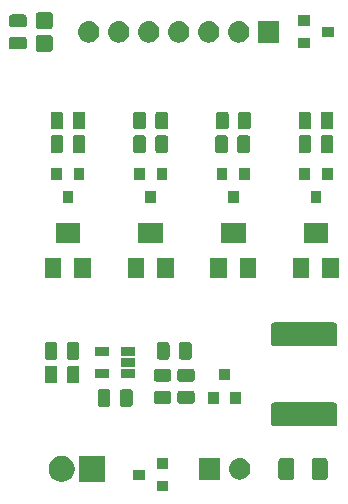
<source format=gbr>
G04 #@! TF.GenerationSoftware,KiCad,Pcbnew,5.1.2*
G04 #@! TF.CreationDate,2019-08-19T21:30:06+02:00*
G04 #@! TF.ProjectId,Battery-Tester,42617474-6572-4792-9d54-65737465722e,rev?*
G04 #@! TF.SameCoordinates,Original*
G04 #@! TF.FileFunction,Soldermask,Top*
G04 #@! TF.FilePolarity,Negative*
%FSLAX46Y46*%
G04 Gerber Fmt 4.6, Leading zero omitted, Abs format (unit mm)*
G04 Created by KiCad (PCBNEW 5.1.2) date 2019-08-19 21:30:06*
%MOMM*%
%LPD*%
G04 APERTURE LIST*
%ADD10C,0.100000*%
G04 APERTURE END LIST*
D10*
G36*
X97501000Y-128401000D02*
G01*
X96499000Y-128401000D01*
X96499000Y-127499000D01*
X97501000Y-127499000D01*
X97501000Y-128401000D01*
X97501000Y-128401000D01*
G37*
G36*
X92101000Y-127601000D02*
G01*
X89899000Y-127601000D01*
X89899000Y-125399000D01*
X92101000Y-125399000D01*
X92101000Y-127601000D01*
X92101000Y-127601000D01*
G37*
G36*
X88781150Y-125441311D02*
G01*
X88981521Y-125524307D01*
X89161847Y-125644797D01*
X89315203Y-125798153D01*
X89435693Y-125978479D01*
X89508201Y-126153530D01*
X89518689Y-126178850D01*
X89561000Y-126391561D01*
X89561000Y-126608439D01*
X89518689Y-126821150D01*
X89435693Y-127021521D01*
X89315203Y-127201847D01*
X89161847Y-127355203D01*
X88981521Y-127475693D01*
X88781150Y-127558689D01*
X88568439Y-127601000D01*
X88351561Y-127601000D01*
X88138850Y-127558689D01*
X87938479Y-127475693D01*
X87758153Y-127355203D01*
X87604797Y-127201847D01*
X87484307Y-127021521D01*
X87401311Y-126821150D01*
X87359000Y-126608439D01*
X87359000Y-126391561D01*
X87401311Y-126178850D01*
X87411799Y-126153530D01*
X87484307Y-125978479D01*
X87604797Y-125798153D01*
X87758153Y-125644797D01*
X87938479Y-125524307D01*
X88138850Y-125441311D01*
X88351561Y-125399000D01*
X88568439Y-125399000D01*
X88781150Y-125441311D01*
X88781150Y-125441311D01*
G37*
G36*
X95501000Y-127451000D02*
G01*
X94499000Y-127451000D01*
X94499000Y-126549000D01*
X95501000Y-126549000D01*
X95501000Y-127451000D01*
X95501000Y-127451000D01*
G37*
G36*
X107994504Y-125578687D02*
G01*
X108036717Y-125591493D01*
X108075625Y-125612289D01*
X108109725Y-125640275D01*
X108137711Y-125674375D01*
X108158507Y-125713283D01*
X108171313Y-125755496D01*
X108176000Y-125803086D01*
X108176000Y-127196914D01*
X108171313Y-127244504D01*
X108158507Y-127286717D01*
X108137711Y-127325625D01*
X108109725Y-127359725D01*
X108075625Y-127387711D01*
X108036717Y-127408507D01*
X107994504Y-127421313D01*
X107946914Y-127426000D01*
X107053086Y-127426000D01*
X107005496Y-127421313D01*
X106963283Y-127408507D01*
X106924375Y-127387711D01*
X106890275Y-127359725D01*
X106862289Y-127325625D01*
X106841493Y-127286717D01*
X106828687Y-127244504D01*
X106824000Y-127196914D01*
X106824000Y-125803086D01*
X106828687Y-125755496D01*
X106841493Y-125713283D01*
X106862289Y-125674375D01*
X106890275Y-125640275D01*
X106924375Y-125612289D01*
X106963283Y-125591493D01*
X107005496Y-125578687D01*
X107053086Y-125574000D01*
X107946914Y-125574000D01*
X107994504Y-125578687D01*
X107994504Y-125578687D01*
G37*
G36*
X110794504Y-125578687D02*
G01*
X110836717Y-125591493D01*
X110875625Y-125612289D01*
X110909725Y-125640275D01*
X110937711Y-125674375D01*
X110958507Y-125713283D01*
X110971313Y-125755496D01*
X110976000Y-125803086D01*
X110976000Y-127196914D01*
X110971313Y-127244504D01*
X110958507Y-127286717D01*
X110937711Y-127325625D01*
X110909725Y-127359725D01*
X110875625Y-127387711D01*
X110836717Y-127408507D01*
X110794504Y-127421313D01*
X110746914Y-127426000D01*
X109853086Y-127426000D01*
X109805496Y-127421313D01*
X109763283Y-127408507D01*
X109724375Y-127387711D01*
X109690275Y-127359725D01*
X109662289Y-127325625D01*
X109641493Y-127286717D01*
X109628687Y-127244504D01*
X109624000Y-127196914D01*
X109624000Y-125803086D01*
X109628687Y-125755496D01*
X109641493Y-125713283D01*
X109662289Y-125674375D01*
X109690275Y-125640275D01*
X109724375Y-125612289D01*
X109763283Y-125591493D01*
X109805496Y-125578687D01*
X109853086Y-125574000D01*
X110746914Y-125574000D01*
X110794504Y-125578687D01*
X110794504Y-125578687D01*
G37*
G36*
X103716627Y-125612037D02*
G01*
X103886466Y-125663557D01*
X103886469Y-125663559D01*
X103886470Y-125663559D01*
X104042988Y-125747220D01*
X104042989Y-125747221D01*
X104042991Y-125747222D01*
X104180185Y-125859815D01*
X104292778Y-125997009D01*
X104376443Y-126153534D01*
X104427963Y-126323373D01*
X104445359Y-126500000D01*
X104427963Y-126676627D01*
X104376443Y-126846466D01*
X104292778Y-127002991D01*
X104180185Y-127140185D01*
X104042991Y-127252778D01*
X104042989Y-127252779D01*
X104042988Y-127252780D01*
X103943746Y-127305826D01*
X103886466Y-127336443D01*
X103716627Y-127387963D01*
X103584258Y-127401000D01*
X103495742Y-127401000D01*
X103363373Y-127387963D01*
X103193534Y-127336443D01*
X103136254Y-127305826D01*
X103037012Y-127252780D01*
X103037011Y-127252779D01*
X103037009Y-127252778D01*
X102899815Y-127140185D01*
X102787222Y-127002991D01*
X102703557Y-126846466D01*
X102652037Y-126676627D01*
X102634641Y-126500000D01*
X102652037Y-126323373D01*
X102703557Y-126153534D01*
X102787222Y-125997009D01*
X102899815Y-125859815D01*
X103037009Y-125747222D01*
X103037011Y-125747221D01*
X103037012Y-125747220D01*
X103193530Y-125663559D01*
X103193531Y-125663559D01*
X103193534Y-125663557D01*
X103363373Y-125612037D01*
X103495742Y-125599000D01*
X103584258Y-125599000D01*
X103716627Y-125612037D01*
X103716627Y-125612037D01*
G37*
G36*
X101901000Y-127401000D02*
G01*
X100099000Y-127401000D01*
X100099000Y-125599000D01*
X101901000Y-125599000D01*
X101901000Y-127401000D01*
X101901000Y-127401000D01*
G37*
G36*
X97501000Y-126501000D02*
G01*
X96499000Y-126501000D01*
X96499000Y-125599000D01*
X97501000Y-125599000D01*
X97501000Y-126501000D01*
X97501000Y-126501000D01*
G37*
G36*
X111608728Y-120878348D02*
G01*
X111647628Y-120890148D01*
X111683478Y-120909310D01*
X111714901Y-120935099D01*
X111740690Y-120966522D01*
X111759852Y-121002372D01*
X111771652Y-121041272D01*
X111776000Y-121085414D01*
X111776000Y-122689586D01*
X111771652Y-122733728D01*
X111759852Y-122772628D01*
X111740690Y-122808478D01*
X111714901Y-122839901D01*
X111683478Y-122865690D01*
X111647628Y-122884852D01*
X111608728Y-122896652D01*
X111564586Y-122901000D01*
X106435414Y-122901000D01*
X106391272Y-122896652D01*
X106352372Y-122884852D01*
X106316522Y-122865690D01*
X106285099Y-122839901D01*
X106259310Y-122808478D01*
X106240148Y-122772628D01*
X106228348Y-122733728D01*
X106224000Y-122689586D01*
X106224000Y-121085414D01*
X106228348Y-121041272D01*
X106240148Y-121002372D01*
X106259310Y-120966522D01*
X106285099Y-120935099D01*
X106316522Y-120909310D01*
X106352372Y-120890148D01*
X106391272Y-120878348D01*
X106435414Y-120874000D01*
X111564586Y-120874000D01*
X111608728Y-120878348D01*
X111608728Y-120878348D01*
G37*
G36*
X94289395Y-119753809D02*
G01*
X94332795Y-119766975D01*
X94372802Y-119788359D01*
X94407865Y-119817135D01*
X94436641Y-119852198D01*
X94458025Y-119892205D01*
X94471191Y-119935605D01*
X94476000Y-119984436D01*
X94476000Y-121015564D01*
X94471191Y-121064395D01*
X94458025Y-121107795D01*
X94436641Y-121147802D01*
X94407865Y-121182865D01*
X94372802Y-121211641D01*
X94332795Y-121233025D01*
X94289395Y-121246191D01*
X94240564Y-121251000D01*
X93634436Y-121251000D01*
X93585605Y-121246191D01*
X93542205Y-121233025D01*
X93502198Y-121211641D01*
X93467135Y-121182865D01*
X93438359Y-121147802D01*
X93416975Y-121107795D01*
X93403809Y-121064395D01*
X93399000Y-121015564D01*
X93399000Y-119984436D01*
X93403809Y-119935605D01*
X93416975Y-119892205D01*
X93438359Y-119852198D01*
X93467135Y-119817135D01*
X93502198Y-119788359D01*
X93542205Y-119766975D01*
X93585605Y-119753809D01*
X93634436Y-119749000D01*
X94240564Y-119749000D01*
X94289395Y-119753809D01*
X94289395Y-119753809D01*
G37*
G36*
X92414395Y-119753809D02*
G01*
X92457795Y-119766975D01*
X92497802Y-119788359D01*
X92532865Y-119817135D01*
X92561641Y-119852198D01*
X92583025Y-119892205D01*
X92596191Y-119935605D01*
X92601000Y-119984436D01*
X92601000Y-121015564D01*
X92596191Y-121064395D01*
X92583025Y-121107795D01*
X92561641Y-121147802D01*
X92532865Y-121182865D01*
X92497802Y-121211641D01*
X92457795Y-121233025D01*
X92414395Y-121246191D01*
X92365564Y-121251000D01*
X91759436Y-121251000D01*
X91710605Y-121246191D01*
X91667205Y-121233025D01*
X91627198Y-121211641D01*
X91592135Y-121182865D01*
X91563359Y-121147802D01*
X91541975Y-121107795D01*
X91528809Y-121064395D01*
X91524000Y-121015564D01*
X91524000Y-119984436D01*
X91528809Y-119935605D01*
X91541975Y-119892205D01*
X91563359Y-119852198D01*
X91592135Y-119817135D01*
X91627198Y-119788359D01*
X91667205Y-119766975D01*
X91710605Y-119753809D01*
X91759436Y-119749000D01*
X92365564Y-119749000D01*
X92414395Y-119753809D01*
X92414395Y-119753809D01*
G37*
G36*
X101751000Y-121001000D02*
G01*
X100849000Y-121001000D01*
X100849000Y-119999000D01*
X101751000Y-119999000D01*
X101751000Y-121001000D01*
X101751000Y-121001000D01*
G37*
G36*
X103651000Y-121001000D02*
G01*
X102749000Y-121001000D01*
X102749000Y-119999000D01*
X103651000Y-119999000D01*
X103651000Y-121001000D01*
X103651000Y-121001000D01*
G37*
G36*
X99564395Y-119903809D02*
G01*
X99607795Y-119916975D01*
X99647802Y-119938359D01*
X99682865Y-119967135D01*
X99711641Y-120002198D01*
X99733025Y-120042205D01*
X99746191Y-120085605D01*
X99751000Y-120134436D01*
X99751000Y-120740564D01*
X99746191Y-120789395D01*
X99733025Y-120832795D01*
X99711641Y-120872802D01*
X99682865Y-120907865D01*
X99647802Y-120936641D01*
X99607795Y-120958025D01*
X99564395Y-120971191D01*
X99515564Y-120976000D01*
X98484436Y-120976000D01*
X98435605Y-120971191D01*
X98392205Y-120958025D01*
X98352198Y-120936641D01*
X98317135Y-120907865D01*
X98288359Y-120872802D01*
X98266975Y-120832795D01*
X98253809Y-120789395D01*
X98249000Y-120740564D01*
X98249000Y-120134436D01*
X98253809Y-120085605D01*
X98266975Y-120042205D01*
X98288359Y-120002198D01*
X98317135Y-119967135D01*
X98352198Y-119938359D01*
X98392205Y-119916975D01*
X98435605Y-119903809D01*
X98484436Y-119899000D01*
X99515564Y-119899000D01*
X99564395Y-119903809D01*
X99564395Y-119903809D01*
G37*
G36*
X97564395Y-119903809D02*
G01*
X97607795Y-119916975D01*
X97647802Y-119938359D01*
X97682865Y-119967135D01*
X97711641Y-120002198D01*
X97733025Y-120042205D01*
X97746191Y-120085605D01*
X97751000Y-120134436D01*
X97751000Y-120740564D01*
X97746191Y-120789395D01*
X97733025Y-120832795D01*
X97711641Y-120872802D01*
X97682865Y-120907865D01*
X97647802Y-120936641D01*
X97607795Y-120958025D01*
X97564395Y-120971191D01*
X97515564Y-120976000D01*
X96484436Y-120976000D01*
X96435605Y-120971191D01*
X96392205Y-120958025D01*
X96352198Y-120936641D01*
X96317135Y-120907865D01*
X96288359Y-120872802D01*
X96266975Y-120832795D01*
X96253809Y-120789395D01*
X96249000Y-120740564D01*
X96249000Y-120134436D01*
X96253809Y-120085605D01*
X96266975Y-120042205D01*
X96288359Y-120002198D01*
X96317135Y-119967135D01*
X96352198Y-119938359D01*
X96392205Y-119916975D01*
X96435605Y-119903809D01*
X96484436Y-119899000D01*
X97515564Y-119899000D01*
X97564395Y-119903809D01*
X97564395Y-119903809D01*
G37*
G36*
X87914395Y-117753809D02*
G01*
X87957795Y-117766975D01*
X87997802Y-117788359D01*
X88032865Y-117817135D01*
X88061641Y-117852198D01*
X88083025Y-117892205D01*
X88096191Y-117935605D01*
X88101000Y-117984436D01*
X88101000Y-119015564D01*
X88096191Y-119064395D01*
X88083025Y-119107795D01*
X88061641Y-119147802D01*
X88032865Y-119182865D01*
X87997802Y-119211641D01*
X87957795Y-119233025D01*
X87914395Y-119246191D01*
X87865564Y-119251000D01*
X87259436Y-119251000D01*
X87210605Y-119246191D01*
X87167205Y-119233025D01*
X87127198Y-119211641D01*
X87092135Y-119182865D01*
X87063359Y-119147802D01*
X87041975Y-119107795D01*
X87028809Y-119064395D01*
X87024000Y-119015564D01*
X87024000Y-117984436D01*
X87028809Y-117935605D01*
X87041975Y-117892205D01*
X87063359Y-117852198D01*
X87092135Y-117817135D01*
X87127198Y-117788359D01*
X87167205Y-117766975D01*
X87210605Y-117753809D01*
X87259436Y-117749000D01*
X87865564Y-117749000D01*
X87914395Y-117753809D01*
X87914395Y-117753809D01*
G37*
G36*
X89789395Y-117753809D02*
G01*
X89832795Y-117766975D01*
X89872802Y-117788359D01*
X89907865Y-117817135D01*
X89936641Y-117852198D01*
X89958025Y-117892205D01*
X89971191Y-117935605D01*
X89976000Y-117984436D01*
X89976000Y-119015564D01*
X89971191Y-119064395D01*
X89958025Y-119107795D01*
X89936641Y-119147802D01*
X89907865Y-119182865D01*
X89872802Y-119211641D01*
X89832795Y-119233025D01*
X89789395Y-119246191D01*
X89740564Y-119251000D01*
X89134436Y-119251000D01*
X89085605Y-119246191D01*
X89042205Y-119233025D01*
X89002198Y-119211641D01*
X88967135Y-119182865D01*
X88938359Y-119147802D01*
X88916975Y-119107795D01*
X88903809Y-119064395D01*
X88899000Y-119015564D01*
X88899000Y-117984436D01*
X88903809Y-117935605D01*
X88916975Y-117892205D01*
X88938359Y-117852198D01*
X88967135Y-117817135D01*
X89002198Y-117788359D01*
X89042205Y-117766975D01*
X89085605Y-117753809D01*
X89134436Y-117749000D01*
X89740564Y-117749000D01*
X89789395Y-117753809D01*
X89789395Y-117753809D01*
G37*
G36*
X97564395Y-118028809D02*
G01*
X97607795Y-118041975D01*
X97647802Y-118063359D01*
X97682865Y-118092135D01*
X97711641Y-118127198D01*
X97733025Y-118167205D01*
X97746191Y-118210605D01*
X97751000Y-118259436D01*
X97751000Y-118865564D01*
X97746191Y-118914395D01*
X97733025Y-118957795D01*
X97711641Y-118997802D01*
X97682865Y-119032865D01*
X97647802Y-119061641D01*
X97607795Y-119083025D01*
X97564395Y-119096191D01*
X97515564Y-119101000D01*
X96484436Y-119101000D01*
X96435605Y-119096191D01*
X96392205Y-119083025D01*
X96352198Y-119061641D01*
X96317135Y-119032865D01*
X96288359Y-118997802D01*
X96266975Y-118957795D01*
X96253809Y-118914395D01*
X96249000Y-118865564D01*
X96249000Y-118259436D01*
X96253809Y-118210605D01*
X96266975Y-118167205D01*
X96288359Y-118127198D01*
X96317135Y-118092135D01*
X96352198Y-118063359D01*
X96392205Y-118041975D01*
X96435605Y-118028809D01*
X96484436Y-118024000D01*
X97515564Y-118024000D01*
X97564395Y-118028809D01*
X97564395Y-118028809D01*
G37*
G36*
X99564395Y-118028809D02*
G01*
X99607795Y-118041975D01*
X99647802Y-118063359D01*
X99682865Y-118092135D01*
X99711641Y-118127198D01*
X99733025Y-118167205D01*
X99746191Y-118210605D01*
X99751000Y-118259436D01*
X99751000Y-118865564D01*
X99746191Y-118914395D01*
X99733025Y-118957795D01*
X99711641Y-118997802D01*
X99682865Y-119032865D01*
X99647802Y-119061641D01*
X99607795Y-119083025D01*
X99564395Y-119096191D01*
X99515564Y-119101000D01*
X98484436Y-119101000D01*
X98435605Y-119096191D01*
X98392205Y-119083025D01*
X98352198Y-119061641D01*
X98317135Y-119032865D01*
X98288359Y-118997802D01*
X98266975Y-118957795D01*
X98253809Y-118914395D01*
X98249000Y-118865564D01*
X98249000Y-118259436D01*
X98253809Y-118210605D01*
X98266975Y-118167205D01*
X98288359Y-118127198D01*
X98317135Y-118092135D01*
X98352198Y-118063359D01*
X98392205Y-118041975D01*
X98435605Y-118028809D01*
X98484436Y-118024000D01*
X99515564Y-118024000D01*
X99564395Y-118028809D01*
X99564395Y-118028809D01*
G37*
G36*
X102701000Y-119001000D02*
G01*
X101799000Y-119001000D01*
X101799000Y-117999000D01*
X102701000Y-117999000D01*
X102701000Y-119001000D01*
X102701000Y-119001000D01*
G37*
G36*
X92481000Y-118826000D02*
G01*
X91319000Y-118826000D01*
X91319000Y-118074000D01*
X92481000Y-118074000D01*
X92481000Y-118826000D01*
X92481000Y-118826000D01*
G37*
G36*
X94681000Y-118826000D02*
G01*
X93519000Y-118826000D01*
X93519000Y-118074000D01*
X94681000Y-118074000D01*
X94681000Y-118826000D01*
X94681000Y-118826000D01*
G37*
G36*
X94681000Y-117876000D02*
G01*
X93519000Y-117876000D01*
X93519000Y-117124000D01*
X94681000Y-117124000D01*
X94681000Y-117876000D01*
X94681000Y-117876000D01*
G37*
G36*
X89789395Y-115753809D02*
G01*
X89832795Y-115766975D01*
X89872802Y-115788359D01*
X89907865Y-115817135D01*
X89936641Y-115852198D01*
X89958025Y-115892205D01*
X89971191Y-115935605D01*
X89976000Y-115984436D01*
X89976000Y-117015564D01*
X89971191Y-117064395D01*
X89958025Y-117107795D01*
X89936641Y-117147802D01*
X89907865Y-117182865D01*
X89872802Y-117211641D01*
X89832795Y-117233025D01*
X89789395Y-117246191D01*
X89740564Y-117251000D01*
X89134436Y-117251000D01*
X89085605Y-117246191D01*
X89042205Y-117233025D01*
X89002198Y-117211641D01*
X88967135Y-117182865D01*
X88938359Y-117147802D01*
X88916975Y-117107795D01*
X88903809Y-117064395D01*
X88899000Y-117015564D01*
X88899000Y-115984436D01*
X88903809Y-115935605D01*
X88916975Y-115892205D01*
X88938359Y-115852198D01*
X88967135Y-115817135D01*
X89002198Y-115788359D01*
X89042205Y-115766975D01*
X89085605Y-115753809D01*
X89134436Y-115749000D01*
X89740564Y-115749000D01*
X89789395Y-115753809D01*
X89789395Y-115753809D01*
G37*
G36*
X87914395Y-115753809D02*
G01*
X87957795Y-115766975D01*
X87997802Y-115788359D01*
X88032865Y-115817135D01*
X88061641Y-115852198D01*
X88083025Y-115892205D01*
X88096191Y-115935605D01*
X88101000Y-115984436D01*
X88101000Y-117015564D01*
X88096191Y-117064395D01*
X88083025Y-117107795D01*
X88061641Y-117147802D01*
X88032865Y-117182865D01*
X87997802Y-117211641D01*
X87957795Y-117233025D01*
X87914395Y-117246191D01*
X87865564Y-117251000D01*
X87259436Y-117251000D01*
X87210605Y-117246191D01*
X87167205Y-117233025D01*
X87127198Y-117211641D01*
X87092135Y-117182865D01*
X87063359Y-117147802D01*
X87041975Y-117107795D01*
X87028809Y-117064395D01*
X87024000Y-117015564D01*
X87024000Y-115984436D01*
X87028809Y-115935605D01*
X87041975Y-115892205D01*
X87063359Y-115852198D01*
X87092135Y-115817135D01*
X87127198Y-115788359D01*
X87167205Y-115766975D01*
X87210605Y-115753809D01*
X87259436Y-115749000D01*
X87865564Y-115749000D01*
X87914395Y-115753809D01*
X87914395Y-115753809D01*
G37*
G36*
X97414395Y-115753809D02*
G01*
X97457795Y-115766975D01*
X97497802Y-115788359D01*
X97532865Y-115817135D01*
X97561641Y-115852198D01*
X97583025Y-115892205D01*
X97596191Y-115935605D01*
X97601000Y-115984436D01*
X97601000Y-117015564D01*
X97596191Y-117064395D01*
X97583025Y-117107795D01*
X97561641Y-117147802D01*
X97532865Y-117182865D01*
X97497802Y-117211641D01*
X97457795Y-117233025D01*
X97414395Y-117246191D01*
X97365564Y-117251000D01*
X96759436Y-117251000D01*
X96710605Y-117246191D01*
X96667205Y-117233025D01*
X96627198Y-117211641D01*
X96592135Y-117182865D01*
X96563359Y-117147802D01*
X96541975Y-117107795D01*
X96528809Y-117064395D01*
X96524000Y-117015564D01*
X96524000Y-115984436D01*
X96528809Y-115935605D01*
X96541975Y-115892205D01*
X96563359Y-115852198D01*
X96592135Y-115817135D01*
X96627198Y-115788359D01*
X96667205Y-115766975D01*
X96710605Y-115753809D01*
X96759436Y-115749000D01*
X97365564Y-115749000D01*
X97414395Y-115753809D01*
X97414395Y-115753809D01*
G37*
G36*
X99289395Y-115753809D02*
G01*
X99332795Y-115766975D01*
X99372802Y-115788359D01*
X99407865Y-115817135D01*
X99436641Y-115852198D01*
X99458025Y-115892205D01*
X99471191Y-115935605D01*
X99476000Y-115984436D01*
X99476000Y-117015564D01*
X99471191Y-117064395D01*
X99458025Y-117107795D01*
X99436641Y-117147802D01*
X99407865Y-117182865D01*
X99372802Y-117211641D01*
X99332795Y-117233025D01*
X99289395Y-117246191D01*
X99240564Y-117251000D01*
X98634436Y-117251000D01*
X98585605Y-117246191D01*
X98542205Y-117233025D01*
X98502198Y-117211641D01*
X98467135Y-117182865D01*
X98438359Y-117147802D01*
X98416975Y-117107795D01*
X98403809Y-117064395D01*
X98399000Y-117015564D01*
X98399000Y-115984436D01*
X98403809Y-115935605D01*
X98416975Y-115892205D01*
X98438359Y-115852198D01*
X98467135Y-115817135D01*
X98502198Y-115788359D01*
X98542205Y-115766975D01*
X98585605Y-115753809D01*
X98634436Y-115749000D01*
X99240564Y-115749000D01*
X99289395Y-115753809D01*
X99289395Y-115753809D01*
G37*
G36*
X92481000Y-116926000D02*
G01*
X91319000Y-116926000D01*
X91319000Y-116174000D01*
X92481000Y-116174000D01*
X92481000Y-116926000D01*
X92481000Y-116926000D01*
G37*
G36*
X94681000Y-116926000D02*
G01*
X93519000Y-116926000D01*
X93519000Y-116174000D01*
X94681000Y-116174000D01*
X94681000Y-116926000D01*
X94681000Y-116926000D01*
G37*
G36*
X111608728Y-114103348D02*
G01*
X111647628Y-114115148D01*
X111683478Y-114134310D01*
X111714901Y-114160099D01*
X111740690Y-114191522D01*
X111759852Y-114227372D01*
X111771652Y-114266272D01*
X111776000Y-114310414D01*
X111776000Y-115914586D01*
X111771652Y-115958728D01*
X111759852Y-115997628D01*
X111740690Y-116033478D01*
X111714901Y-116064901D01*
X111683478Y-116090690D01*
X111647628Y-116109852D01*
X111608728Y-116121652D01*
X111564586Y-116126000D01*
X106435414Y-116126000D01*
X106391272Y-116121652D01*
X106352372Y-116109852D01*
X106316522Y-116090690D01*
X106285099Y-116064901D01*
X106259310Y-116033478D01*
X106240148Y-115997628D01*
X106228348Y-115958728D01*
X106224000Y-115914586D01*
X106224000Y-114310414D01*
X106228348Y-114266272D01*
X106240148Y-114227372D01*
X106259310Y-114191522D01*
X106285099Y-114160099D01*
X106316522Y-114134310D01*
X106352372Y-114115148D01*
X106391272Y-114103348D01*
X106435414Y-114099000D01*
X111564586Y-114099000D01*
X111608728Y-114103348D01*
X111608728Y-114103348D01*
G37*
G36*
X90951000Y-110301000D02*
G01*
X89549000Y-110301000D01*
X89549000Y-108599000D01*
X90951000Y-108599000D01*
X90951000Y-110301000D01*
X90951000Y-110301000D01*
G37*
G36*
X111951000Y-110301000D02*
G01*
X110549000Y-110301000D01*
X110549000Y-108599000D01*
X111951000Y-108599000D01*
X111951000Y-110301000D01*
X111951000Y-110301000D01*
G37*
G36*
X109451000Y-110301000D02*
G01*
X108049000Y-110301000D01*
X108049000Y-108599000D01*
X109451000Y-108599000D01*
X109451000Y-110301000D01*
X109451000Y-110301000D01*
G37*
G36*
X88451000Y-110301000D02*
G01*
X87049000Y-110301000D01*
X87049000Y-108599000D01*
X88451000Y-108599000D01*
X88451000Y-110301000D01*
X88451000Y-110301000D01*
G37*
G36*
X104951000Y-110301000D02*
G01*
X103549000Y-110301000D01*
X103549000Y-108599000D01*
X104951000Y-108599000D01*
X104951000Y-110301000D01*
X104951000Y-110301000D01*
G37*
G36*
X102451000Y-110301000D02*
G01*
X101049000Y-110301000D01*
X101049000Y-108599000D01*
X102451000Y-108599000D01*
X102451000Y-110301000D01*
X102451000Y-110301000D01*
G37*
G36*
X97951000Y-110301000D02*
G01*
X96549000Y-110301000D01*
X96549000Y-108599000D01*
X97951000Y-108599000D01*
X97951000Y-110301000D01*
X97951000Y-110301000D01*
G37*
G36*
X95451000Y-110301000D02*
G01*
X94049000Y-110301000D01*
X94049000Y-108599000D01*
X95451000Y-108599000D01*
X95451000Y-110301000D01*
X95451000Y-110301000D01*
G37*
G36*
X104051000Y-107401000D02*
G01*
X101949000Y-107401000D01*
X101949000Y-105699000D01*
X104051000Y-105699000D01*
X104051000Y-107401000D01*
X104051000Y-107401000D01*
G37*
G36*
X90051000Y-107401000D02*
G01*
X87949000Y-107401000D01*
X87949000Y-105699000D01*
X90051000Y-105699000D01*
X90051000Y-107401000D01*
X90051000Y-107401000D01*
G37*
G36*
X111051000Y-107401000D02*
G01*
X108949000Y-107401000D01*
X108949000Y-105699000D01*
X111051000Y-105699000D01*
X111051000Y-107401000D01*
X111051000Y-107401000D01*
G37*
G36*
X97051000Y-107401000D02*
G01*
X94949000Y-107401000D01*
X94949000Y-105699000D01*
X97051000Y-105699000D01*
X97051000Y-107401000D01*
X97051000Y-107401000D01*
G37*
G36*
X103451000Y-104001000D02*
G01*
X102549000Y-104001000D01*
X102549000Y-102999000D01*
X103451000Y-102999000D01*
X103451000Y-104001000D01*
X103451000Y-104001000D01*
G37*
G36*
X96451000Y-104001000D02*
G01*
X95549000Y-104001000D01*
X95549000Y-102999000D01*
X96451000Y-102999000D01*
X96451000Y-104001000D01*
X96451000Y-104001000D01*
G37*
G36*
X89451000Y-104001000D02*
G01*
X88549000Y-104001000D01*
X88549000Y-102999000D01*
X89451000Y-102999000D01*
X89451000Y-104001000D01*
X89451000Y-104001000D01*
G37*
G36*
X110451000Y-104001000D02*
G01*
X109549000Y-104001000D01*
X109549000Y-102999000D01*
X110451000Y-102999000D01*
X110451000Y-104001000D01*
X110451000Y-104001000D01*
G37*
G36*
X95501000Y-102001000D02*
G01*
X94599000Y-102001000D01*
X94599000Y-100999000D01*
X95501000Y-100999000D01*
X95501000Y-102001000D01*
X95501000Y-102001000D01*
G37*
G36*
X90401000Y-102001000D02*
G01*
X89499000Y-102001000D01*
X89499000Y-100999000D01*
X90401000Y-100999000D01*
X90401000Y-102001000D01*
X90401000Y-102001000D01*
G37*
G36*
X97401000Y-102001000D02*
G01*
X96499000Y-102001000D01*
X96499000Y-100999000D01*
X97401000Y-100999000D01*
X97401000Y-102001000D01*
X97401000Y-102001000D01*
G37*
G36*
X104401000Y-102001000D02*
G01*
X103499000Y-102001000D01*
X103499000Y-100999000D01*
X104401000Y-100999000D01*
X104401000Y-102001000D01*
X104401000Y-102001000D01*
G37*
G36*
X111401000Y-102001000D02*
G01*
X110499000Y-102001000D01*
X110499000Y-100999000D01*
X111401000Y-100999000D01*
X111401000Y-102001000D01*
X111401000Y-102001000D01*
G37*
G36*
X109501000Y-102001000D02*
G01*
X108599000Y-102001000D01*
X108599000Y-100999000D01*
X109501000Y-100999000D01*
X109501000Y-102001000D01*
X109501000Y-102001000D01*
G37*
G36*
X88501000Y-102001000D02*
G01*
X87599000Y-102001000D01*
X87599000Y-100999000D01*
X88501000Y-100999000D01*
X88501000Y-102001000D01*
X88501000Y-102001000D01*
G37*
G36*
X102501000Y-102001000D02*
G01*
X101599000Y-102001000D01*
X101599000Y-100999000D01*
X102501000Y-100999000D01*
X102501000Y-102001000D01*
X102501000Y-102001000D01*
G37*
G36*
X90289395Y-98253809D02*
G01*
X90332795Y-98266975D01*
X90372802Y-98288359D01*
X90407865Y-98317135D01*
X90436641Y-98352198D01*
X90458025Y-98392205D01*
X90471191Y-98435605D01*
X90476000Y-98484436D01*
X90476000Y-99515564D01*
X90471191Y-99564395D01*
X90458025Y-99607795D01*
X90436641Y-99647802D01*
X90407865Y-99682865D01*
X90372802Y-99711641D01*
X90332795Y-99733025D01*
X90289395Y-99746191D01*
X90240564Y-99751000D01*
X89634436Y-99751000D01*
X89585605Y-99746191D01*
X89542205Y-99733025D01*
X89502198Y-99711641D01*
X89467135Y-99682865D01*
X89438359Y-99647802D01*
X89416975Y-99607795D01*
X89403809Y-99564395D01*
X89399000Y-99515564D01*
X89399000Y-98484436D01*
X89403809Y-98435605D01*
X89416975Y-98392205D01*
X89438359Y-98352198D01*
X89467135Y-98317135D01*
X89502198Y-98288359D01*
X89542205Y-98266975D01*
X89585605Y-98253809D01*
X89634436Y-98249000D01*
X90240564Y-98249000D01*
X90289395Y-98253809D01*
X90289395Y-98253809D01*
G37*
G36*
X88414395Y-98253809D02*
G01*
X88457795Y-98266975D01*
X88497802Y-98288359D01*
X88532865Y-98317135D01*
X88561641Y-98352198D01*
X88583025Y-98392205D01*
X88596191Y-98435605D01*
X88601000Y-98484436D01*
X88601000Y-99515564D01*
X88596191Y-99564395D01*
X88583025Y-99607795D01*
X88561641Y-99647802D01*
X88532865Y-99682865D01*
X88497802Y-99711641D01*
X88457795Y-99733025D01*
X88414395Y-99746191D01*
X88365564Y-99751000D01*
X87759436Y-99751000D01*
X87710605Y-99746191D01*
X87667205Y-99733025D01*
X87627198Y-99711641D01*
X87592135Y-99682865D01*
X87563359Y-99647802D01*
X87541975Y-99607795D01*
X87528809Y-99564395D01*
X87524000Y-99515564D01*
X87524000Y-98484436D01*
X87528809Y-98435605D01*
X87541975Y-98392205D01*
X87563359Y-98352198D01*
X87592135Y-98317135D01*
X87627198Y-98288359D01*
X87667205Y-98266975D01*
X87710605Y-98253809D01*
X87759436Y-98249000D01*
X88365564Y-98249000D01*
X88414395Y-98253809D01*
X88414395Y-98253809D01*
G37*
G36*
X95414395Y-98253809D02*
G01*
X95457795Y-98266975D01*
X95497802Y-98288359D01*
X95532865Y-98317135D01*
X95561641Y-98352198D01*
X95583025Y-98392205D01*
X95596191Y-98435605D01*
X95601000Y-98484436D01*
X95601000Y-99515564D01*
X95596191Y-99564395D01*
X95583025Y-99607795D01*
X95561641Y-99647802D01*
X95532865Y-99682865D01*
X95497802Y-99711641D01*
X95457795Y-99733025D01*
X95414395Y-99746191D01*
X95365564Y-99751000D01*
X94759436Y-99751000D01*
X94710605Y-99746191D01*
X94667205Y-99733025D01*
X94627198Y-99711641D01*
X94592135Y-99682865D01*
X94563359Y-99647802D01*
X94541975Y-99607795D01*
X94528809Y-99564395D01*
X94524000Y-99515564D01*
X94524000Y-98484436D01*
X94528809Y-98435605D01*
X94541975Y-98392205D01*
X94563359Y-98352198D01*
X94592135Y-98317135D01*
X94627198Y-98288359D01*
X94667205Y-98266975D01*
X94710605Y-98253809D01*
X94759436Y-98249000D01*
X95365564Y-98249000D01*
X95414395Y-98253809D01*
X95414395Y-98253809D01*
G37*
G36*
X97289395Y-98253809D02*
G01*
X97332795Y-98266975D01*
X97372802Y-98288359D01*
X97407865Y-98317135D01*
X97436641Y-98352198D01*
X97458025Y-98392205D01*
X97471191Y-98435605D01*
X97476000Y-98484436D01*
X97476000Y-99515564D01*
X97471191Y-99564395D01*
X97458025Y-99607795D01*
X97436641Y-99647802D01*
X97407865Y-99682865D01*
X97372802Y-99711641D01*
X97332795Y-99733025D01*
X97289395Y-99746191D01*
X97240564Y-99751000D01*
X96634436Y-99751000D01*
X96585605Y-99746191D01*
X96542205Y-99733025D01*
X96502198Y-99711641D01*
X96467135Y-99682865D01*
X96438359Y-99647802D01*
X96416975Y-99607795D01*
X96403809Y-99564395D01*
X96399000Y-99515564D01*
X96399000Y-98484436D01*
X96403809Y-98435605D01*
X96416975Y-98392205D01*
X96438359Y-98352198D01*
X96467135Y-98317135D01*
X96502198Y-98288359D01*
X96542205Y-98266975D01*
X96585605Y-98253809D01*
X96634436Y-98249000D01*
X97240564Y-98249000D01*
X97289395Y-98253809D01*
X97289395Y-98253809D01*
G37*
G36*
X102351895Y-98253809D02*
G01*
X102395295Y-98266975D01*
X102435302Y-98288359D01*
X102470365Y-98317135D01*
X102499141Y-98352198D01*
X102520525Y-98392205D01*
X102533691Y-98435605D01*
X102538500Y-98484436D01*
X102538500Y-99515564D01*
X102533691Y-99564395D01*
X102520525Y-99607795D01*
X102499141Y-99647802D01*
X102470365Y-99682865D01*
X102435302Y-99711641D01*
X102395295Y-99733025D01*
X102351895Y-99746191D01*
X102303064Y-99751000D01*
X101696936Y-99751000D01*
X101648105Y-99746191D01*
X101604705Y-99733025D01*
X101564698Y-99711641D01*
X101529635Y-99682865D01*
X101500859Y-99647802D01*
X101479475Y-99607795D01*
X101466309Y-99564395D01*
X101461500Y-99515564D01*
X101461500Y-98484436D01*
X101466309Y-98435605D01*
X101479475Y-98392205D01*
X101500859Y-98352198D01*
X101529635Y-98317135D01*
X101564698Y-98288359D01*
X101604705Y-98266975D01*
X101648105Y-98253809D01*
X101696936Y-98249000D01*
X102303064Y-98249000D01*
X102351895Y-98253809D01*
X102351895Y-98253809D01*
G37*
G36*
X104226895Y-98253809D02*
G01*
X104270295Y-98266975D01*
X104310302Y-98288359D01*
X104345365Y-98317135D01*
X104374141Y-98352198D01*
X104395525Y-98392205D01*
X104408691Y-98435605D01*
X104413500Y-98484436D01*
X104413500Y-99515564D01*
X104408691Y-99564395D01*
X104395525Y-99607795D01*
X104374141Y-99647802D01*
X104345365Y-99682865D01*
X104310302Y-99711641D01*
X104270295Y-99733025D01*
X104226895Y-99746191D01*
X104178064Y-99751000D01*
X103571936Y-99751000D01*
X103523105Y-99746191D01*
X103479705Y-99733025D01*
X103439698Y-99711641D01*
X103404635Y-99682865D01*
X103375859Y-99647802D01*
X103354475Y-99607795D01*
X103341309Y-99564395D01*
X103336500Y-99515564D01*
X103336500Y-98484436D01*
X103341309Y-98435605D01*
X103354475Y-98392205D01*
X103375859Y-98352198D01*
X103404635Y-98317135D01*
X103439698Y-98288359D01*
X103479705Y-98266975D01*
X103523105Y-98253809D01*
X103571936Y-98249000D01*
X104178064Y-98249000D01*
X104226895Y-98253809D01*
X104226895Y-98253809D01*
G37*
G36*
X109414395Y-98253809D02*
G01*
X109457795Y-98266975D01*
X109497802Y-98288359D01*
X109532865Y-98317135D01*
X109561641Y-98352198D01*
X109583025Y-98392205D01*
X109596191Y-98435605D01*
X109601000Y-98484436D01*
X109601000Y-99515564D01*
X109596191Y-99564395D01*
X109583025Y-99607795D01*
X109561641Y-99647802D01*
X109532865Y-99682865D01*
X109497802Y-99711641D01*
X109457795Y-99733025D01*
X109414395Y-99746191D01*
X109365564Y-99751000D01*
X108759436Y-99751000D01*
X108710605Y-99746191D01*
X108667205Y-99733025D01*
X108627198Y-99711641D01*
X108592135Y-99682865D01*
X108563359Y-99647802D01*
X108541975Y-99607795D01*
X108528809Y-99564395D01*
X108524000Y-99515564D01*
X108524000Y-98484436D01*
X108528809Y-98435605D01*
X108541975Y-98392205D01*
X108563359Y-98352198D01*
X108592135Y-98317135D01*
X108627198Y-98288359D01*
X108667205Y-98266975D01*
X108710605Y-98253809D01*
X108759436Y-98249000D01*
X109365564Y-98249000D01*
X109414395Y-98253809D01*
X109414395Y-98253809D01*
G37*
G36*
X111289395Y-98253809D02*
G01*
X111332795Y-98266975D01*
X111372802Y-98288359D01*
X111407865Y-98317135D01*
X111436641Y-98352198D01*
X111458025Y-98392205D01*
X111471191Y-98435605D01*
X111476000Y-98484436D01*
X111476000Y-99515564D01*
X111471191Y-99564395D01*
X111458025Y-99607795D01*
X111436641Y-99647802D01*
X111407865Y-99682865D01*
X111372802Y-99711641D01*
X111332795Y-99733025D01*
X111289395Y-99746191D01*
X111240564Y-99751000D01*
X110634436Y-99751000D01*
X110585605Y-99746191D01*
X110542205Y-99733025D01*
X110502198Y-99711641D01*
X110467135Y-99682865D01*
X110438359Y-99647802D01*
X110416975Y-99607795D01*
X110403809Y-99564395D01*
X110399000Y-99515564D01*
X110399000Y-98484436D01*
X110403809Y-98435605D01*
X110416975Y-98392205D01*
X110438359Y-98352198D01*
X110467135Y-98317135D01*
X110502198Y-98288359D01*
X110542205Y-98266975D01*
X110585605Y-98253809D01*
X110634436Y-98249000D01*
X111240564Y-98249000D01*
X111289395Y-98253809D01*
X111289395Y-98253809D01*
G37*
G36*
X104289395Y-96253809D02*
G01*
X104332795Y-96266975D01*
X104372802Y-96288359D01*
X104407865Y-96317135D01*
X104436641Y-96352198D01*
X104458025Y-96392205D01*
X104471191Y-96435605D01*
X104476000Y-96484436D01*
X104476000Y-97515564D01*
X104471191Y-97564395D01*
X104458025Y-97607795D01*
X104436641Y-97647802D01*
X104407865Y-97682865D01*
X104372802Y-97711641D01*
X104332795Y-97733025D01*
X104289395Y-97746191D01*
X104240564Y-97751000D01*
X103634436Y-97751000D01*
X103585605Y-97746191D01*
X103542205Y-97733025D01*
X103502198Y-97711641D01*
X103467135Y-97682865D01*
X103438359Y-97647802D01*
X103416975Y-97607795D01*
X103403809Y-97564395D01*
X103399000Y-97515564D01*
X103399000Y-96484436D01*
X103403809Y-96435605D01*
X103416975Y-96392205D01*
X103438359Y-96352198D01*
X103467135Y-96317135D01*
X103502198Y-96288359D01*
X103542205Y-96266975D01*
X103585605Y-96253809D01*
X103634436Y-96249000D01*
X104240564Y-96249000D01*
X104289395Y-96253809D01*
X104289395Y-96253809D01*
G37*
G36*
X102414395Y-96253809D02*
G01*
X102457795Y-96266975D01*
X102497802Y-96288359D01*
X102532865Y-96317135D01*
X102561641Y-96352198D01*
X102583025Y-96392205D01*
X102596191Y-96435605D01*
X102601000Y-96484436D01*
X102601000Y-97515564D01*
X102596191Y-97564395D01*
X102583025Y-97607795D01*
X102561641Y-97647802D01*
X102532865Y-97682865D01*
X102497802Y-97711641D01*
X102457795Y-97733025D01*
X102414395Y-97746191D01*
X102365564Y-97751000D01*
X101759436Y-97751000D01*
X101710605Y-97746191D01*
X101667205Y-97733025D01*
X101627198Y-97711641D01*
X101592135Y-97682865D01*
X101563359Y-97647802D01*
X101541975Y-97607795D01*
X101528809Y-97564395D01*
X101524000Y-97515564D01*
X101524000Y-96484436D01*
X101528809Y-96435605D01*
X101541975Y-96392205D01*
X101563359Y-96352198D01*
X101592135Y-96317135D01*
X101627198Y-96288359D01*
X101667205Y-96266975D01*
X101710605Y-96253809D01*
X101759436Y-96249000D01*
X102365564Y-96249000D01*
X102414395Y-96253809D01*
X102414395Y-96253809D01*
G37*
G36*
X97289395Y-96253809D02*
G01*
X97332795Y-96266975D01*
X97372802Y-96288359D01*
X97407865Y-96317135D01*
X97436641Y-96352198D01*
X97458025Y-96392205D01*
X97471191Y-96435605D01*
X97476000Y-96484436D01*
X97476000Y-97515564D01*
X97471191Y-97564395D01*
X97458025Y-97607795D01*
X97436641Y-97647802D01*
X97407865Y-97682865D01*
X97372802Y-97711641D01*
X97332795Y-97733025D01*
X97289395Y-97746191D01*
X97240564Y-97751000D01*
X96634436Y-97751000D01*
X96585605Y-97746191D01*
X96542205Y-97733025D01*
X96502198Y-97711641D01*
X96467135Y-97682865D01*
X96438359Y-97647802D01*
X96416975Y-97607795D01*
X96403809Y-97564395D01*
X96399000Y-97515564D01*
X96399000Y-96484436D01*
X96403809Y-96435605D01*
X96416975Y-96392205D01*
X96438359Y-96352198D01*
X96467135Y-96317135D01*
X96502198Y-96288359D01*
X96542205Y-96266975D01*
X96585605Y-96253809D01*
X96634436Y-96249000D01*
X97240564Y-96249000D01*
X97289395Y-96253809D01*
X97289395Y-96253809D01*
G37*
G36*
X109414395Y-96253809D02*
G01*
X109457795Y-96266975D01*
X109497802Y-96288359D01*
X109532865Y-96317135D01*
X109561641Y-96352198D01*
X109583025Y-96392205D01*
X109596191Y-96435605D01*
X109601000Y-96484436D01*
X109601000Y-97515564D01*
X109596191Y-97564395D01*
X109583025Y-97607795D01*
X109561641Y-97647802D01*
X109532865Y-97682865D01*
X109497802Y-97711641D01*
X109457795Y-97733025D01*
X109414395Y-97746191D01*
X109365564Y-97751000D01*
X108759436Y-97751000D01*
X108710605Y-97746191D01*
X108667205Y-97733025D01*
X108627198Y-97711641D01*
X108592135Y-97682865D01*
X108563359Y-97647802D01*
X108541975Y-97607795D01*
X108528809Y-97564395D01*
X108524000Y-97515564D01*
X108524000Y-96484436D01*
X108528809Y-96435605D01*
X108541975Y-96392205D01*
X108563359Y-96352198D01*
X108592135Y-96317135D01*
X108627198Y-96288359D01*
X108667205Y-96266975D01*
X108710605Y-96253809D01*
X108759436Y-96249000D01*
X109365564Y-96249000D01*
X109414395Y-96253809D01*
X109414395Y-96253809D01*
G37*
G36*
X88414395Y-96253809D02*
G01*
X88457795Y-96266975D01*
X88497802Y-96288359D01*
X88532865Y-96317135D01*
X88561641Y-96352198D01*
X88583025Y-96392205D01*
X88596191Y-96435605D01*
X88601000Y-96484436D01*
X88601000Y-97515564D01*
X88596191Y-97564395D01*
X88583025Y-97607795D01*
X88561641Y-97647802D01*
X88532865Y-97682865D01*
X88497802Y-97711641D01*
X88457795Y-97733025D01*
X88414395Y-97746191D01*
X88365564Y-97751000D01*
X87759436Y-97751000D01*
X87710605Y-97746191D01*
X87667205Y-97733025D01*
X87627198Y-97711641D01*
X87592135Y-97682865D01*
X87563359Y-97647802D01*
X87541975Y-97607795D01*
X87528809Y-97564395D01*
X87524000Y-97515564D01*
X87524000Y-96484436D01*
X87528809Y-96435605D01*
X87541975Y-96392205D01*
X87563359Y-96352198D01*
X87592135Y-96317135D01*
X87627198Y-96288359D01*
X87667205Y-96266975D01*
X87710605Y-96253809D01*
X87759436Y-96249000D01*
X88365564Y-96249000D01*
X88414395Y-96253809D01*
X88414395Y-96253809D01*
G37*
G36*
X95414395Y-96253809D02*
G01*
X95457795Y-96266975D01*
X95497802Y-96288359D01*
X95532865Y-96317135D01*
X95561641Y-96352198D01*
X95583025Y-96392205D01*
X95596191Y-96435605D01*
X95601000Y-96484436D01*
X95601000Y-97515564D01*
X95596191Y-97564395D01*
X95583025Y-97607795D01*
X95561641Y-97647802D01*
X95532865Y-97682865D01*
X95497802Y-97711641D01*
X95457795Y-97733025D01*
X95414395Y-97746191D01*
X95365564Y-97751000D01*
X94759436Y-97751000D01*
X94710605Y-97746191D01*
X94667205Y-97733025D01*
X94627198Y-97711641D01*
X94592135Y-97682865D01*
X94563359Y-97647802D01*
X94541975Y-97607795D01*
X94528809Y-97564395D01*
X94524000Y-97515564D01*
X94524000Y-96484436D01*
X94528809Y-96435605D01*
X94541975Y-96392205D01*
X94563359Y-96352198D01*
X94592135Y-96317135D01*
X94627198Y-96288359D01*
X94667205Y-96266975D01*
X94710605Y-96253809D01*
X94759436Y-96249000D01*
X95365564Y-96249000D01*
X95414395Y-96253809D01*
X95414395Y-96253809D01*
G37*
G36*
X90289395Y-96253809D02*
G01*
X90332795Y-96266975D01*
X90372802Y-96288359D01*
X90407865Y-96317135D01*
X90436641Y-96352198D01*
X90458025Y-96392205D01*
X90471191Y-96435605D01*
X90476000Y-96484436D01*
X90476000Y-97515564D01*
X90471191Y-97564395D01*
X90458025Y-97607795D01*
X90436641Y-97647802D01*
X90407865Y-97682865D01*
X90372802Y-97711641D01*
X90332795Y-97733025D01*
X90289395Y-97746191D01*
X90240564Y-97751000D01*
X89634436Y-97751000D01*
X89585605Y-97746191D01*
X89542205Y-97733025D01*
X89502198Y-97711641D01*
X89467135Y-97682865D01*
X89438359Y-97647802D01*
X89416975Y-97607795D01*
X89403809Y-97564395D01*
X89399000Y-97515564D01*
X89399000Y-96484436D01*
X89403809Y-96435605D01*
X89416975Y-96392205D01*
X89438359Y-96352198D01*
X89467135Y-96317135D01*
X89502198Y-96288359D01*
X89542205Y-96266975D01*
X89585605Y-96253809D01*
X89634436Y-96249000D01*
X90240564Y-96249000D01*
X90289395Y-96253809D01*
X90289395Y-96253809D01*
G37*
G36*
X111289395Y-96253809D02*
G01*
X111332795Y-96266975D01*
X111372802Y-96288359D01*
X111407865Y-96317135D01*
X111436641Y-96352198D01*
X111458025Y-96392205D01*
X111471191Y-96435605D01*
X111476000Y-96484436D01*
X111476000Y-97515564D01*
X111471191Y-97564395D01*
X111458025Y-97607795D01*
X111436641Y-97647802D01*
X111407865Y-97682865D01*
X111372802Y-97711641D01*
X111332795Y-97733025D01*
X111289395Y-97746191D01*
X111240564Y-97751000D01*
X110634436Y-97751000D01*
X110585605Y-97746191D01*
X110542205Y-97733025D01*
X110502198Y-97711641D01*
X110467135Y-97682865D01*
X110438359Y-97647802D01*
X110416975Y-97607795D01*
X110403809Y-97564395D01*
X110399000Y-97515564D01*
X110399000Y-96484436D01*
X110403809Y-96435605D01*
X110416975Y-96392205D01*
X110438359Y-96352198D01*
X110467135Y-96317135D01*
X110502198Y-96288359D01*
X110542205Y-96266975D01*
X110585605Y-96253809D01*
X110634436Y-96249000D01*
X111240564Y-96249000D01*
X111289395Y-96253809D01*
X111289395Y-96253809D01*
G37*
G36*
X87521061Y-89753650D02*
G01*
X87562915Y-89766346D01*
X87601488Y-89786964D01*
X87635293Y-89814707D01*
X87663036Y-89848512D01*
X87683654Y-89887085D01*
X87696350Y-89928939D01*
X87701000Y-89976148D01*
X87701000Y-90948852D01*
X87696350Y-90996061D01*
X87683654Y-91037915D01*
X87663036Y-91076488D01*
X87635293Y-91110293D01*
X87601488Y-91138036D01*
X87562915Y-91158654D01*
X87521061Y-91171350D01*
X87473852Y-91176000D01*
X86526148Y-91176000D01*
X86478939Y-91171350D01*
X86437085Y-91158654D01*
X86398512Y-91138036D01*
X86364707Y-91110293D01*
X86336964Y-91076488D01*
X86316346Y-91037915D01*
X86303650Y-90996061D01*
X86299000Y-90948852D01*
X86299000Y-89976148D01*
X86303650Y-89928939D01*
X86316346Y-89887085D01*
X86336964Y-89848512D01*
X86364707Y-89814707D01*
X86398512Y-89786964D01*
X86437085Y-89766346D01*
X86478939Y-89753650D01*
X86526148Y-89749000D01*
X87473852Y-89749000D01*
X87521061Y-89753650D01*
X87521061Y-89753650D01*
G37*
G36*
X85314395Y-89903809D02*
G01*
X85357795Y-89916975D01*
X85397802Y-89938359D01*
X85432865Y-89967135D01*
X85461641Y-90002198D01*
X85483025Y-90042205D01*
X85496191Y-90085605D01*
X85501000Y-90134436D01*
X85501000Y-90740564D01*
X85496191Y-90789395D01*
X85483025Y-90832795D01*
X85461641Y-90872802D01*
X85432865Y-90907865D01*
X85397802Y-90936641D01*
X85357795Y-90958025D01*
X85314395Y-90971191D01*
X85265564Y-90976000D01*
X84234436Y-90976000D01*
X84185605Y-90971191D01*
X84142205Y-90958025D01*
X84102198Y-90936641D01*
X84067135Y-90907865D01*
X84038359Y-90872802D01*
X84016975Y-90832795D01*
X84003809Y-90789395D01*
X83999000Y-90740564D01*
X83999000Y-90134436D01*
X84003809Y-90085605D01*
X84016975Y-90042205D01*
X84038359Y-90002198D01*
X84067135Y-89967135D01*
X84102198Y-89938359D01*
X84142205Y-89916975D01*
X84185605Y-89903809D01*
X84234436Y-89899000D01*
X85265564Y-89899000D01*
X85314395Y-89903809D01*
X85314395Y-89903809D01*
G37*
G36*
X109501000Y-90901000D02*
G01*
X108499000Y-90901000D01*
X108499000Y-89999000D01*
X109501000Y-89999000D01*
X109501000Y-90901000D01*
X109501000Y-90901000D01*
G37*
G36*
X96016627Y-88612037D02*
G01*
X96186466Y-88663557D01*
X96186469Y-88663559D01*
X96186470Y-88663559D01*
X96342988Y-88747220D01*
X96342989Y-88747221D01*
X96342991Y-88747222D01*
X96480185Y-88859815D01*
X96579956Y-88981385D01*
X96592780Y-88997012D01*
X96676441Y-89153530D01*
X96676443Y-89153534D01*
X96727963Y-89323373D01*
X96745359Y-89500000D01*
X96727963Y-89676627D01*
X96676443Y-89846466D01*
X96676441Y-89846469D01*
X96676441Y-89846470D01*
X96594912Y-89999000D01*
X96592778Y-90002991D01*
X96480185Y-90140185D01*
X96342991Y-90252778D01*
X96342989Y-90252779D01*
X96342988Y-90252780D01*
X96186470Y-90336441D01*
X96186466Y-90336443D01*
X96016627Y-90387963D01*
X95884258Y-90401000D01*
X95795742Y-90401000D01*
X95663373Y-90387963D01*
X95493534Y-90336443D01*
X95493530Y-90336441D01*
X95337012Y-90252780D01*
X95337011Y-90252779D01*
X95337009Y-90252778D01*
X95199815Y-90140185D01*
X95087222Y-90002991D01*
X95085089Y-89999000D01*
X95003559Y-89846470D01*
X95003559Y-89846469D01*
X95003557Y-89846466D01*
X94952037Y-89676627D01*
X94934641Y-89500000D01*
X94952037Y-89323373D01*
X95003557Y-89153534D01*
X95003559Y-89153530D01*
X95087220Y-88997012D01*
X95100045Y-88981385D01*
X95199815Y-88859815D01*
X95337009Y-88747222D01*
X95337011Y-88747221D01*
X95337012Y-88747220D01*
X95493530Y-88663559D01*
X95493531Y-88663559D01*
X95493534Y-88663557D01*
X95663373Y-88612037D01*
X95795742Y-88599000D01*
X95884258Y-88599000D01*
X96016627Y-88612037D01*
X96016627Y-88612037D01*
G37*
G36*
X106901000Y-90401000D02*
G01*
X105099000Y-90401000D01*
X105099000Y-88599000D01*
X106901000Y-88599000D01*
X106901000Y-90401000D01*
X106901000Y-90401000D01*
G37*
G36*
X103636627Y-88612037D02*
G01*
X103806466Y-88663557D01*
X103806469Y-88663559D01*
X103806470Y-88663559D01*
X103962988Y-88747220D01*
X103962989Y-88747221D01*
X103962991Y-88747222D01*
X104100185Y-88859815D01*
X104199956Y-88981385D01*
X104212780Y-88997012D01*
X104296441Y-89153530D01*
X104296443Y-89153534D01*
X104347963Y-89323373D01*
X104365359Y-89500000D01*
X104347963Y-89676627D01*
X104296443Y-89846466D01*
X104296441Y-89846469D01*
X104296441Y-89846470D01*
X104214912Y-89999000D01*
X104212778Y-90002991D01*
X104100185Y-90140185D01*
X103962991Y-90252778D01*
X103962989Y-90252779D01*
X103962988Y-90252780D01*
X103806470Y-90336441D01*
X103806466Y-90336443D01*
X103636627Y-90387963D01*
X103504258Y-90401000D01*
X103415742Y-90401000D01*
X103283373Y-90387963D01*
X103113534Y-90336443D01*
X103113530Y-90336441D01*
X102957012Y-90252780D01*
X102957011Y-90252779D01*
X102957009Y-90252778D01*
X102819815Y-90140185D01*
X102707222Y-90002991D01*
X102705089Y-89999000D01*
X102623559Y-89846470D01*
X102623559Y-89846469D01*
X102623557Y-89846466D01*
X102572037Y-89676627D01*
X102554641Y-89500000D01*
X102572037Y-89323373D01*
X102623557Y-89153534D01*
X102623559Y-89153530D01*
X102707220Y-88997012D01*
X102720045Y-88981385D01*
X102819815Y-88859815D01*
X102957009Y-88747222D01*
X102957011Y-88747221D01*
X102957012Y-88747220D01*
X103113530Y-88663559D01*
X103113531Y-88663559D01*
X103113534Y-88663557D01*
X103283373Y-88612037D01*
X103415742Y-88599000D01*
X103504258Y-88599000D01*
X103636627Y-88612037D01*
X103636627Y-88612037D01*
G37*
G36*
X101096627Y-88612037D02*
G01*
X101266466Y-88663557D01*
X101266469Y-88663559D01*
X101266470Y-88663559D01*
X101422988Y-88747220D01*
X101422989Y-88747221D01*
X101422991Y-88747222D01*
X101560185Y-88859815D01*
X101659956Y-88981385D01*
X101672780Y-88997012D01*
X101756441Y-89153530D01*
X101756443Y-89153534D01*
X101807963Y-89323373D01*
X101825359Y-89500000D01*
X101807963Y-89676627D01*
X101756443Y-89846466D01*
X101756441Y-89846469D01*
X101756441Y-89846470D01*
X101674912Y-89999000D01*
X101672778Y-90002991D01*
X101560185Y-90140185D01*
X101422991Y-90252778D01*
X101422989Y-90252779D01*
X101422988Y-90252780D01*
X101266470Y-90336441D01*
X101266466Y-90336443D01*
X101096627Y-90387963D01*
X100964258Y-90401000D01*
X100875742Y-90401000D01*
X100743373Y-90387963D01*
X100573534Y-90336443D01*
X100573530Y-90336441D01*
X100417012Y-90252780D01*
X100417011Y-90252779D01*
X100417009Y-90252778D01*
X100279815Y-90140185D01*
X100167222Y-90002991D01*
X100165089Y-89999000D01*
X100083559Y-89846470D01*
X100083559Y-89846469D01*
X100083557Y-89846466D01*
X100032037Y-89676627D01*
X100014641Y-89500000D01*
X100032037Y-89323373D01*
X100083557Y-89153534D01*
X100083559Y-89153530D01*
X100167220Y-88997012D01*
X100180045Y-88981385D01*
X100279815Y-88859815D01*
X100417009Y-88747222D01*
X100417011Y-88747221D01*
X100417012Y-88747220D01*
X100573530Y-88663559D01*
X100573531Y-88663559D01*
X100573534Y-88663557D01*
X100743373Y-88612037D01*
X100875742Y-88599000D01*
X100964258Y-88599000D01*
X101096627Y-88612037D01*
X101096627Y-88612037D01*
G37*
G36*
X98556627Y-88612037D02*
G01*
X98726466Y-88663557D01*
X98726469Y-88663559D01*
X98726470Y-88663559D01*
X98882988Y-88747220D01*
X98882989Y-88747221D01*
X98882991Y-88747222D01*
X99020185Y-88859815D01*
X99119956Y-88981385D01*
X99132780Y-88997012D01*
X99216441Y-89153530D01*
X99216443Y-89153534D01*
X99267963Y-89323373D01*
X99285359Y-89500000D01*
X99267963Y-89676627D01*
X99216443Y-89846466D01*
X99216441Y-89846469D01*
X99216441Y-89846470D01*
X99134912Y-89999000D01*
X99132778Y-90002991D01*
X99020185Y-90140185D01*
X98882991Y-90252778D01*
X98882989Y-90252779D01*
X98882988Y-90252780D01*
X98726470Y-90336441D01*
X98726466Y-90336443D01*
X98556627Y-90387963D01*
X98424258Y-90401000D01*
X98335742Y-90401000D01*
X98203373Y-90387963D01*
X98033534Y-90336443D01*
X98033530Y-90336441D01*
X97877012Y-90252780D01*
X97877011Y-90252779D01*
X97877009Y-90252778D01*
X97739815Y-90140185D01*
X97627222Y-90002991D01*
X97625089Y-89999000D01*
X97543559Y-89846470D01*
X97543559Y-89846469D01*
X97543557Y-89846466D01*
X97492037Y-89676627D01*
X97474641Y-89500000D01*
X97492037Y-89323373D01*
X97543557Y-89153534D01*
X97543559Y-89153530D01*
X97627220Y-88997012D01*
X97640045Y-88981385D01*
X97739815Y-88859815D01*
X97877009Y-88747222D01*
X97877011Y-88747221D01*
X97877012Y-88747220D01*
X98033530Y-88663559D01*
X98033531Y-88663559D01*
X98033534Y-88663557D01*
X98203373Y-88612037D01*
X98335742Y-88599000D01*
X98424258Y-88599000D01*
X98556627Y-88612037D01*
X98556627Y-88612037D01*
G37*
G36*
X90936627Y-88612037D02*
G01*
X91106466Y-88663557D01*
X91106469Y-88663559D01*
X91106470Y-88663559D01*
X91262988Y-88747220D01*
X91262989Y-88747221D01*
X91262991Y-88747222D01*
X91400185Y-88859815D01*
X91499956Y-88981385D01*
X91512780Y-88997012D01*
X91596441Y-89153530D01*
X91596443Y-89153534D01*
X91647963Y-89323373D01*
X91665359Y-89500000D01*
X91647963Y-89676627D01*
X91596443Y-89846466D01*
X91596441Y-89846469D01*
X91596441Y-89846470D01*
X91514912Y-89999000D01*
X91512778Y-90002991D01*
X91400185Y-90140185D01*
X91262991Y-90252778D01*
X91262989Y-90252779D01*
X91262988Y-90252780D01*
X91106470Y-90336441D01*
X91106466Y-90336443D01*
X90936627Y-90387963D01*
X90804258Y-90401000D01*
X90715742Y-90401000D01*
X90583373Y-90387963D01*
X90413534Y-90336443D01*
X90413530Y-90336441D01*
X90257012Y-90252780D01*
X90257011Y-90252779D01*
X90257009Y-90252778D01*
X90119815Y-90140185D01*
X90007222Y-90002991D01*
X90005089Y-89999000D01*
X89923559Y-89846470D01*
X89923559Y-89846469D01*
X89923557Y-89846466D01*
X89872037Y-89676627D01*
X89854641Y-89500000D01*
X89872037Y-89323373D01*
X89923557Y-89153534D01*
X89923559Y-89153530D01*
X90007220Y-88997012D01*
X90020045Y-88981385D01*
X90119815Y-88859815D01*
X90257009Y-88747222D01*
X90257011Y-88747221D01*
X90257012Y-88747220D01*
X90413530Y-88663559D01*
X90413531Y-88663559D01*
X90413534Y-88663557D01*
X90583373Y-88612037D01*
X90715742Y-88599000D01*
X90804258Y-88599000D01*
X90936627Y-88612037D01*
X90936627Y-88612037D01*
G37*
G36*
X93476627Y-88612037D02*
G01*
X93646466Y-88663557D01*
X93646469Y-88663559D01*
X93646470Y-88663559D01*
X93802988Y-88747220D01*
X93802989Y-88747221D01*
X93802991Y-88747222D01*
X93940185Y-88859815D01*
X94039956Y-88981385D01*
X94052780Y-88997012D01*
X94136441Y-89153530D01*
X94136443Y-89153534D01*
X94187963Y-89323373D01*
X94205359Y-89500000D01*
X94187963Y-89676627D01*
X94136443Y-89846466D01*
X94136441Y-89846469D01*
X94136441Y-89846470D01*
X94054912Y-89999000D01*
X94052778Y-90002991D01*
X93940185Y-90140185D01*
X93802991Y-90252778D01*
X93802989Y-90252779D01*
X93802988Y-90252780D01*
X93646470Y-90336441D01*
X93646466Y-90336443D01*
X93476627Y-90387963D01*
X93344258Y-90401000D01*
X93255742Y-90401000D01*
X93123373Y-90387963D01*
X92953534Y-90336443D01*
X92953530Y-90336441D01*
X92797012Y-90252780D01*
X92797011Y-90252779D01*
X92797009Y-90252778D01*
X92659815Y-90140185D01*
X92547222Y-90002991D01*
X92545089Y-89999000D01*
X92463559Y-89846470D01*
X92463559Y-89846469D01*
X92463557Y-89846466D01*
X92412037Y-89676627D01*
X92394641Y-89500000D01*
X92412037Y-89323373D01*
X92463557Y-89153534D01*
X92463559Y-89153530D01*
X92547220Y-88997012D01*
X92560045Y-88981385D01*
X92659815Y-88859815D01*
X92797009Y-88747222D01*
X92797011Y-88747221D01*
X92797012Y-88747220D01*
X92953530Y-88663559D01*
X92953531Y-88663559D01*
X92953534Y-88663557D01*
X93123373Y-88612037D01*
X93255742Y-88599000D01*
X93344258Y-88599000D01*
X93476627Y-88612037D01*
X93476627Y-88612037D01*
G37*
G36*
X111501000Y-89951000D02*
G01*
X110499000Y-89951000D01*
X110499000Y-89049000D01*
X111501000Y-89049000D01*
X111501000Y-89951000D01*
X111501000Y-89951000D01*
G37*
G36*
X87521061Y-87828650D02*
G01*
X87562915Y-87841346D01*
X87601488Y-87861964D01*
X87635293Y-87889707D01*
X87663036Y-87923512D01*
X87683654Y-87962085D01*
X87696350Y-88003939D01*
X87701000Y-88051148D01*
X87701000Y-89023852D01*
X87696350Y-89071061D01*
X87683654Y-89112915D01*
X87663036Y-89151488D01*
X87635293Y-89185293D01*
X87601488Y-89213036D01*
X87562915Y-89233654D01*
X87521061Y-89246350D01*
X87473852Y-89251000D01*
X86526148Y-89251000D01*
X86478939Y-89246350D01*
X86437085Y-89233654D01*
X86398512Y-89213036D01*
X86364707Y-89185293D01*
X86336964Y-89151488D01*
X86316346Y-89112915D01*
X86303650Y-89071061D01*
X86299000Y-89023852D01*
X86299000Y-88051148D01*
X86303650Y-88003939D01*
X86316346Y-87962085D01*
X86336964Y-87923512D01*
X86364707Y-87889707D01*
X86398512Y-87861964D01*
X86437085Y-87841346D01*
X86478939Y-87828650D01*
X86526148Y-87824000D01*
X87473852Y-87824000D01*
X87521061Y-87828650D01*
X87521061Y-87828650D01*
G37*
G36*
X85314395Y-88028809D02*
G01*
X85357795Y-88041975D01*
X85397802Y-88063359D01*
X85432865Y-88092135D01*
X85461641Y-88127198D01*
X85483025Y-88167205D01*
X85496191Y-88210605D01*
X85501000Y-88259436D01*
X85501000Y-88865564D01*
X85496191Y-88914395D01*
X85483025Y-88957795D01*
X85461641Y-88997802D01*
X85432865Y-89032865D01*
X85397802Y-89061641D01*
X85357795Y-89083025D01*
X85314395Y-89096191D01*
X85265564Y-89101000D01*
X84234436Y-89101000D01*
X84185605Y-89096191D01*
X84142205Y-89083025D01*
X84102198Y-89061641D01*
X84067135Y-89032865D01*
X84038359Y-88997802D01*
X84016975Y-88957795D01*
X84003809Y-88914395D01*
X83999000Y-88865564D01*
X83999000Y-88259436D01*
X84003809Y-88210605D01*
X84016975Y-88167205D01*
X84038359Y-88127198D01*
X84067135Y-88092135D01*
X84102198Y-88063359D01*
X84142205Y-88041975D01*
X84185605Y-88028809D01*
X84234436Y-88024000D01*
X85265564Y-88024000D01*
X85314395Y-88028809D01*
X85314395Y-88028809D01*
G37*
G36*
X109501000Y-89001000D02*
G01*
X108499000Y-89001000D01*
X108499000Y-88099000D01*
X109501000Y-88099000D01*
X109501000Y-89001000D01*
X109501000Y-89001000D01*
G37*
M02*

</source>
